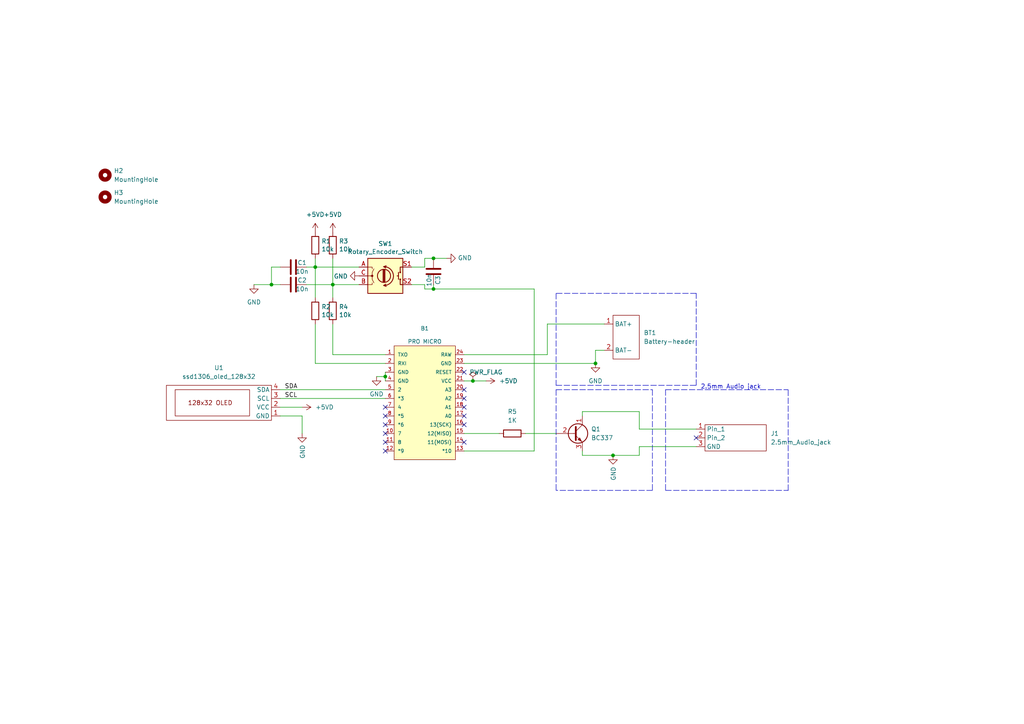
<source format=kicad_sch>
(kicad_sch (version 20211123) (generator eeschema)
  (paper "A4")
  (title_block (title "Camera Intervalometer") (rev "v1.0") (comment 4 "Author: Rafael Marengo"))
  (lib_symbols
    (symbol "Audio-connec-custom:2.5mm_Audio_jack"
      (property "Reference" "J?" (at 10.16 -5.0799 0))
      (property "Value" "2.5mm_Audio_jack" (at 10.16 -7.6199 0))
      (symbol "2.5mm_Audio_jack_0_1"
        (rectangle (start -8.89 -2.54) (end 8.89 -10.16))
      )
      (symbol "2.5mm_Audio_jack_1_1"
        (pin bidirectional line (at -11.43 -3.81 0) (length 2.54) (name "Pin_1") (number "1"))
        (pin bidirectional line (at -11.43 -6.35 0) (length 2.54) (name "Pin_2") (number "2"))
        (pin power_in line (at -11.43 -8.89 0) (length 2.54) (name "GND") (number "3"))
      )
    )
    (symbol "Battery-Custom:Battery-header"
      (property "Reference" "BT" (at 0 1.27 0))
      (property "Value" "Battery-header" (at 0 0 0))
      (symbol "Battery-header_0_1"
        (rectangle (start -3.81 -2.54) (end 3.81 -15.24))
      )
      (symbol "Battery-header_1_1"
        (pin power_out line (at -6.35 -5.08 0) (length 2.54) (name "BAT+") (number "1"))
        (pin power_out line (at -6.35 -12.7 0) (length 2.54) (name "BAT-") (number "2"))
      )
    )
    (symbol "Device:C" (pin_numbers hide) (pin_names (offset 0.254))
      (property "Reference" "C" (at 0.635 2.54 0))
      (property "Value" "C" (at 0.635 -2.54 0))
      (symbol "C_0_1"
        (polyline (pts (xy -2.032 -0.762) (xy 2.032 -0.762)) (stroke (width 0.508)))
        (polyline (pts (xy -2.032 0.762) (xy 2.032 0.762)) (stroke (width 0.508)))
      )
      (symbol "C_1_1"
        (pin passive line (at 0 3.81 270) (length 2.794) (name "~") (number "1"))
        (pin passive line (at 0 -3.81 90) (length 2.794) (name "~") (number "2"))
      )
    )
    (symbol "Device:R" (pin_numbers hide) (pin_names (offset 0))
      (property "Reference" "R" (at 2.032 0 90))
      (property "Value" "R" (at 0 0 90))
      (symbol "R_0_1"
        (rectangle (start -1.016 -2.54) (end 1.016 2.54) (stroke (width 0.254)))
      )
      (symbol "R_1_1"
        (pin passive line (at 0 3.81 270) (length 1.27) (name "~") (number "1"))
        (pin passive line (at 0 -3.81 90) (length 1.27) (name "~") (number "2"))
      )
    )
    (symbol "Display-Custom:ssd1306_oled_128x32"
      (property "Reference" "DS" (at 0 2.54 0))
      (property "Value" "ssd1306_oled_128x32" (at 0 0 0))
      (symbol "ssd1306_oled_128x32_0_0"
        (text "128x32 OLED" (at 7.62 -7.62 0) (effects (font (size 1.27 1.27))))
      )
      (symbol "ssd1306_oled_128x32_0_1"
        (rectangle (start -10.16 -2.54) (end 20.32 -12.7))
        (rectangle (start -3.81 -3.81) (end 17.78 -11.43))
      )
      (symbol "ssd1306_oled_128x32_1_1"
        (pin input line (at -12.7 -11.43 0) (length 2.54) (name "GND") (number "1"))
        (pin input line (at -12.7 -8.89 0) (length 2.54) (name "VCC") (number "2"))
        (pin input line (at -12.7 -6.35 0) (length 2.54) (name "SCL") (number "3"))
        (pin input line (at -12.7 -3.81 0) (length 2.54) (name "SDA") (number "4"))
      )
    )
    (symbol "Mechanical:MountingHole" (pin_names (offset 1.016))
      (property "Reference" "H" (at 0 5.08 0))
      (property "Value" "MountingHole" (at 0 3.175 0))
      (symbol "MountingHole_0_1"
        (circle (center 0 0) (radius 1.27) (stroke (width 1.27)))
      )
    )
    (symbol "SparkFun-Boards:SPARKFUN_PRO_MICRO" (pin_names (offset 1.016))
      (property "Reference" "B" (at -8.89 17.78 0))
      (property "Value" "SPARKFUN_PRO_MICRO" (at -8.89 -19.05 0))
      (property "Field4" "XXX-00000" (at 0 21.59 0))
      (symbol "SPARKFUN_PRO_MICRO_1_1"
        (polyline (pts (xy -8.89 16.51) (xy -8.89 -16.51) (xy 8.89 -16.51) (xy 8.89 16.51) (xy -8.89 16.51)) (fill (type background)))
        (pin bidirectional line (at -11.43 13.97 0) (length 2.54) (name "TXO") (number "1"))
        (pin bidirectional line (at -11.43 -8.89 0) (length 2.54) (name "7") (number "10"))
        (pin bidirectional line (at -11.43 -11.43 0) (length 2.54) (name "8") (number "11"))
        (pin bidirectional line (at -11.43 -13.97 0) (length 2.54) (name "*9") (number "12"))
        (pin bidirectional line (at 11.43 -13.97 180) (length 2.54) (name "*10") (number "13"))
        (pin bidirectional line (at 11.43 -11.43 180) (length 2.54) (name "11(MOSI)") (number "14"))
        (pin bidirectional line (at 11.43 -8.89 180) (length 2.54) (name "12(MISO)") (number "15"))
        (pin bidirectional line (at 11.43 -6.35 180) (length 2.54) (name "13(SCK)") (number "16"))
        (pin bidirectional line (at 11.43 -3.81 180) (length 2.54) (name "A0") (number "17"))
        (pin bidirectional line (at 11.43 -1.27 180) (length 2.54) (name "A1") (number "18"))
        (pin bidirectional line (at 11.43 1.27 180) (length 2.54) (name "A2") (number "19"))
        (pin bidirectional line (at -11.43 11.43 0) (length 2.54) (name "RXI") (number "2"))
        (pin bidirectional line (at 11.43 3.81 180) (length 2.54) (name "A3") (number "20"))
        (pin power_in line (at 11.43 6.35 180) (length 2.54) (name "VCC") (number "21"))
        (pin bidirectional line (at 11.43 8.89 180) (length 2.54) (name "RESET") (number "22"))
        (pin power_in line (at 11.43 11.43 180) (length 2.54) (name "GND") (number "23"))
        (pin power_in line (at 11.43 13.97 180) (length 2.54) (name "RAW") (number "24"))
        (pin power_in line (at -11.43 8.89 0) (length 2.54) (name "GND") (number "3"))
        (pin power_in line (at -11.43 6.35 0) (length 2.54) (name "GND") (number "4"))
        (pin bidirectional line (at -11.43 3.81 0) (length 2.54) (name "2") (number "5"))
        (pin bidirectional line (at -11.43 1.27 0) (length 2.54) (name "*3") (number "6"))
        (pin bidirectional line (at -11.43 -1.27 0) (length 2.54) (name "4") (number "7"))
        (pin bidirectional line (at -11.43 -3.81 0) (length 2.54) (name "*5") (number "8"))
        (pin bidirectional line (at -11.43 -6.35 0) (length 2.54) (name "*6") (number "9"))
      )
    )
    (symbol "Transistor_BJT:BC337" (pin_names (offset 0) hide)
      (property "Reference" "Q" (at 5.08 1.905 0))
      (property "Value" "BC337" (at 5.08 0 0))
      (symbol "BC337_0_1"
        (polyline (pts (xy 0 0) (xy 0.635 0)))
        (polyline (pts (xy 0.635 0.635) (xy 2.54 2.54)))
        (polyline (pts (xy 0.635 -0.635) (xy 2.54 -2.54) (xy 2.54 -2.54)))
        (polyline (pts (xy 0.635 1.905) (xy 0.635 -1.905) (xy 0.635 -1.905)) (stroke (width 0.508)))
        (polyline (pts (xy 1.27 -1.778) (xy 1.778 -1.27) (xy 2.286 -2.286) (xy 1.27 -1.778) (xy 1.27 -1.778)) (fill (type outline)))
        (circle (center 1.27 0) (radius 2.8194) (stroke (width 0.254)))
      )
      (symbol "BC337_1_1"
        (pin passive line (at 2.54 5.08 270) (length 2.54) (name "C") (number "1"))
        (pin input line (at -5.08 0 0) (length 5.08) (name "B") (number "2"))
        (pin passive line (at 2.54 -5.08 90) (length 2.54) (name "E") (number "3"))
      )
    )
    (symbol "inkkeys-rescue:Rotary_Encoder_Switch-Device" (pin_names (offset 0.254) hide)
      (property "Reference" "SW" (at 0 6.604 0))
      (property "Value" "Rotary_Encoder_Switch-Device" (at 0 -6.604 0))
      (symbol "Rotary_Encoder_Switch-Device_0_1"
        (rectangle (start -5.08 5.08) (end 5.08 -5.08) (stroke (width 0.254)) (fill (type background)))
        (circle (center -3.81 0) (radius 0.254) (fill (type outline)))
        (arc (start -0.381 -2.794) (mid 2.3622 -0.0508) (end -0.381 2.667) (stroke (width 0.254)))
        (circle (center -0.381 0) (radius 1.905) (stroke (width 0.254)))
        (polyline (pts (xy -0.635 -1.778) (xy -0.635 1.778)) (stroke (width 0.254)))
        (polyline (pts (xy -0.381 -1.778) (xy -0.381 1.778)) (stroke (width 0.254)))
        (polyline (pts (xy -0.127 1.778) (xy -0.127 -1.778)) (stroke (width 0.254)))
        (polyline (pts (xy 3.81 0) (xy 3.429 0)) (stroke (width 0.254)))
        (polyline (pts (xy 3.81 1.016) (xy 3.81 -1.016)) (stroke (width 0.254)))
        (polyline (pts (xy -5.08 -2.54) (xy -3.81 -2.54) (xy -3.81 -2.032)))
        (polyline (pts (xy -5.08 2.54) (xy -3.81 2.54) (xy -3.81 2.032)))
        (polyline (pts (xy 0.254 -3.048) (xy -0.508 -2.794) (xy 0.127 -2.413)) (stroke (width 0.254)))
        (polyline (pts (xy 0.254 2.921) (xy -0.508 2.667) (xy 0.127 2.286)) (stroke (width 0.254)))
        (polyline (pts (xy 5.08 -2.54) (xy 4.318 -2.54) (xy 4.318 -1.016)) (stroke (width 0.254)))
        (polyline (pts (xy 5.08 2.54) (xy 4.318 2.54) (xy 4.318 1.016)) (stroke (width 0.254)))
        (polyline (pts (xy -5.08 0) (xy -3.81 0) (xy -3.81 -1.016) (xy -3.302 -2.032)))
        (polyline (pts (xy -4.318 0) (xy -3.81 0) (xy -3.81 1.016) (xy -3.302 2.032)))
        (circle (center 4.318 -1.016) (radius 0.127) (stroke (width 0.254)))
        (circle (center 4.318 1.016) (radius 0.127) (stroke (width 0.254)))
      )
      (symbol "Rotary_Encoder_Switch-Device_1_1"
        (pin passive line (at -7.62 2.54 0) (length 2.54) (name "A") (number "A"))
        (pin passive line (at -7.62 -2.54 0) (length 2.54) (name "B") (number "B"))
        (pin passive line (at -7.62 0 0) (length 2.54) (name "C") (number "C"))
        (pin passive line (at 7.62 2.54 180) (length 2.54) (name "S1") (number "S1"))
        (pin passive line (at 7.62 -2.54 180) (length 2.54) (name "S2") (number "S2"))
      )
    )
    (symbol "power:+5VD" (power) (pin_names (offset 0))
      (property "Value" "+5VD" (at 0 3.556 0))
      (symbol "+5VD_0_1"
        (polyline (pts (xy -0.762 1.27) (xy 0 2.54)))
        (polyline (pts (xy 0 0) (xy 0 2.54)))
        (polyline (pts (xy 0 2.54) (xy 0.762 1.27)))
      )
      (symbol "+5VD_1_1"
        (pin power_in line (at 0 0 90) (length 0) hide (name "+5VD") (number "1"))
      )
    )
    (symbol "power:GND" (power) (pin_names (offset 0))
      (property "Value" "GND" (at 0 -3.81 0))
      (symbol "GND_0_1"
        (polyline (pts (xy 0 0) (xy 0 -1.27) (xy 1.27 -1.27) (xy 0 -2.54) (xy -1.27 -1.27) (xy 0 -1.27)))
      )
      (symbol "GND_1_1"
        (pin power_in line (at 0 0 270) (length 0) hide (name "GND") (number "1"))
      )
    )
    (symbol "power:PWR_FLAG" (power) (pin_numbers hide) (pin_names (offset 0) hide)
      (property "Value" "PWR_FLAG" (at 0 3.81 0))
      (symbol "PWR_FLAG_0_0"
        (pin power_out line (at 0 0 90) (length 0) (name "pwr") (number "1"))
      )
      (symbol "PWR_FLAG_0_1"
        (polyline (pts (xy 0 0) (xy 0 1.27) (xy -1.016 1.905) (xy 0 2.54) (xy 1.016 1.905) (xy 0 1.27)))
      )
    )
  )
  (junction (at 137.16 110.49))
  (junction (at 91.44 77.47))
  (junction (at 177.8 132.08))
  (junction (at 172.72 105.41))
  (junction (at 96.52 82.55))
  (junction (at 111.76 109.22))
  (junction (at 125.73 74.93))
  (junction (at 78.74 82.55))
  (junction (at 125.73 83.82))
  (no_connect (at 111.76 118.11))
  (no_connect (at 111.76 123.19))
  (no_connect (at 111.76 125.73))
  (no_connect (at 111.76 128.27))
  (no_connect (at 111.76 130.81))
  (no_connect (at 111.76 120.65))
  (no_connect (at 134.62 120.65))
  (no_connect (at 134.62 123.19))
  (no_connect (at 134.62 128.27))
  (no_connect (at 134.62 107.95))
  (no_connect (at 134.62 118.11))
  (no_connect (at 134.62 115.57))
  (no_connect (at 201.93 127))
  (no_connect (at 134.62 113.03))
  (wire (pts (xy 78.74 82.55) (xy 81.28 82.55)))
  (wire (pts (xy 88.9 82.55) (xy 96.52 82.55)))
  (wire (pts (xy 81.28 115.57) (xy 111.76 115.57)))
  (polyline (pts (xy 161.29 113.03) (xy 161.29 142.24)))
  (wire (pts (xy 168.91 119.38) (xy 185.42 119.38)))
  (wire (pts (xy 177.8 132.08) (xy 185.42 132.08)))
  (wire (pts (xy 111.76 107.95) (xy 111.76 109.22)))
  (wire (pts (xy 96.52 74.93) (xy 96.52 82.55)))
  (polyline (pts (xy 189.23 142.24) (xy 161.29 142.24)))
  (wire (pts (xy 96.52 102.87) (xy 111.76 102.87)))
  (wire (pts (xy 96.52 82.55) (xy 96.52 86.36)))
  (wire (pts (xy 154.94 130.81) (xy 134.62 130.81)))
  (wire (pts (xy 91.44 105.41) (xy 111.76 105.41)))
  (polyline (pts (xy 201.93 85.09) (xy 161.29 85.09)))
  (wire (pts (xy 104.14 77.47) (xy 91.44 77.47)))
  (polyline (pts (xy 193.04 113.03) (xy 193.04 142.24)))
  (wire (pts (xy 158.75 93.98) (xy 175.26 93.98)))
  (wire (pts (xy 78.74 77.47) (xy 78.74 82.55)))
  (polyline (pts (xy 201.93 111.76) (xy 201.93 85.09)))
  (wire (pts (xy 81.28 118.11) (xy 87.63 118.11)))
  (polyline (pts (xy 161.29 111.76) (xy 201.93 111.76)))
  (wire (pts (xy 134.62 102.87) (xy 158.75 102.87)))
  (wire (pts (xy 119.38 82.55) (xy 123.19 82.55)))
  (wire (pts (xy 154.94 83.82) (xy 154.94 130.81)))
  (wire (pts (xy 81.28 120.65) (xy 87.63 120.65)))
  (wire (pts (xy 109.22 109.22) (xy 111.76 109.22)))
  (wire (pts (xy 88.9 77.47) (xy 91.44 77.47)))
  (wire (pts (xy 125.73 83.82) (xy 154.94 83.82)))
  (polyline (pts (xy 161.29 113.03) (xy 189.23 113.03)))
  (polyline (pts (xy 193.04 113.03) (xy 228.6 113.03)))
  (wire (pts (xy 81.28 77.47) (xy 78.74 77.47)))
  (wire (pts (xy 91.44 74.93) (xy 91.44 77.47)))
  (wire (pts (xy 185.42 129.54) (xy 201.93 129.54)))
  (wire (pts (xy 104.14 82.55) (xy 96.52 82.55)))
  (wire (pts (xy 172.72 101.6) (xy 175.26 101.6)))
  (wire (pts (xy 185.42 132.08) (xy 185.42 129.54)))
  (wire (pts (xy 125.73 74.93) (xy 129.54 74.93)))
  (polyline (pts (xy 193.04 142.24) (xy 228.6 142.24)))
  (wire (pts (xy 158.75 93.98) (xy 158.75 102.87)))
  (wire (pts (xy 125.73 82.55) (xy 125.73 83.82)))
  (wire (pts (xy 134.62 105.41) (xy 172.72 105.41)))
  (wire (pts (xy 123.19 82.55) (xy 123.19 83.82)))
  (wire (pts (xy 168.91 130.81) (xy 168.91 132.08)))
  (wire (pts (xy 91.44 93.98) (xy 91.44 105.41)))
  (wire (pts (xy 119.38 77.47) (xy 123.19 77.47)))
  (wire (pts (xy 123.19 74.93) (xy 125.73 74.93)))
  (wire (pts (xy 87.63 120.65) (xy 87.63 125.73)))
  (wire (pts (xy 91.44 77.47) (xy 91.44 86.36)))
  (wire (pts (xy 168.91 120.65) (xy 168.91 119.38)))
  (polyline (pts (xy 189.23 113.03) (xy 189.23 142.24)))
  (polyline (pts (xy 228.6 142.24) (xy 228.6 113.03)))
  (wire (pts (xy 185.42 119.38) (xy 185.42 124.46)))
  (wire (pts (xy 134.62 125.73) (xy 144.78 125.73)))
  (wire (pts (xy 111.76 109.22) (xy 111.76 110.49)))
  (wire (pts (xy 73.66 82.55) (xy 78.74 82.55)))
  (wire (pts (xy 152.4 125.73) (xy 161.29 125.73)))
  (wire (pts (xy 123.19 77.47) (xy 123.19 74.93)))
  (wire (pts (xy 140.97 110.49) (xy 137.16 110.49)))
  (wire (pts (xy 172.72 101.6) (xy 172.72 105.41)))
  (wire (pts (xy 185.42 124.46) (xy 201.93 124.46)))
  (wire (pts (xy 96.52 93.98) (xy 96.52 102.87)))
  (wire (pts (xy 123.19 83.82) (xy 125.73 83.82)))
  (wire (pts (xy 137.16 110.49) (xy 134.62 110.49)))
  (wire (pts (xy 81.28 113.03) (xy 111.76 113.03)))
  (polyline (pts (xy 161.29 85.09) (xy 161.29 111.76)))
  (wire (pts (xy 168.91 132.08) (xy 177.8 132.08)))
  (text "2.5mm Audio jack\n" (at 203.2 113.03 0) (effects (font (size 1.27 1.27)) (justify left bottom)))
  (label "SDA" (at 82.55 113.03 0))
  (label "SCL" (at 82.55 115.57 0))
  (symbol (lib_id "Battery-Custom:Battery-header") (at 181.61 88.9 0) (unit 1)
    (property "Reference" "BT1" (at 186.69 96.5199 0) (effects (justify left)))
    (property "Value" "Battery-header" (at 186.69 99.0599 0) (effects (justify left)))
    (property "Footprint" "Connector_PinHeader_2.54mm:PinHeader_1x02_P2.54mm_Horizontal" (effects hide))
  )
  (symbol (lib_id "Device:R") (at 148.59 125.73 270) (unit 1)
    (property "Reference" "R5" (at 148.59 119.38 90))
    (property "Value" "1K" (at 148.59 121.92 90))
    (property "Footprint" "Resistor_SMD:R_0805_2012Metric" (effects hide))
  )
  (symbol (lib_id "power:PWR_FLAG") (at 137.16 110.49 0) (unit 1)
    (property "Reference" "#FLG0101" (effects hide))
    (property "Value" "PWR_FLAG" (at 140.97 107.95 0))
  )
  (symbol (lib_id "Device:R") (at 91.44 90.17 180) (unit 1)
    (property "Reference" "R2" (at 93.218 89.0016 0) (effects (justify right)))
    (property "Value" "10k" (at 93.218 91.313 0) (effects (justify right)))
    (property "Footprint" "Resistor_SMD:R_0805_2012Metric" (effects hide))
  )
  (symbol (lib_id "Display-Custom:ssd1306_oled_128x32") (at 68.58 109.22 0) (mirror y) (unit 1)
    (property "Reference" "U1" (at 63.5 106.68 0))
    (property "Value" "ssd1306_oled_128x32" (at 63.5 109.22 0))
    (property "Footprint" "OLED-128x32:OLED-128x32" (effects hide))
  )
  (symbol (lib_id "SparkFun-Boards:SPARKFUN_PRO_MICRO") (at 123.19 116.84 0) (unit 1)
    (property "Reference" "B1" (at 123.19 95.25 0) (effects (font (size 1.143 1.143))))
    (property "Value" "PRO MICRO" (at 123.19 99.06 0) (effects (font (size 1.143 1.143))))
    (property "Footprint" "Boards:SPARKFUN_PRO_MICRO" (effects hide))
  )
  (symbol (lib_id "power:GND") (at 104.14 80.01 270) (unit 1)
    (property "Reference" "#PWR0101" (effects hide))
    (property "Value" "GND" (at 100.8888 80.137 90) (effects (justify right)))
  )
  (symbol (lib_id "power:GND") (at 109.22 109.22 0) (unit 1)
    (property "Reference" "#PWR0107" (effects hide))
    (property "Value" "GND" (at 109.22 114.3 0))
  )
  (symbol (lib_id "Mechanical:MountingHole") (at 30.48 50.8 0) (unit 1)
    (property "Reference" "H2" (at 33.02 49.5299 0) (effects (justify left)))
    (property "Value" "MountingHole" (at 33.02 52.0699 0) (effects (justify left)))
    (property "Footprint" "MountingHole:MountingHole_2.2mm_M2_DIN965" (effects hide))
  )
  (symbol (lib_id "power:+5VD") (at 87.63 118.11 270) (unit 1)
    (property "Reference" "#PWR0110" (effects hide))
    (property "Value" "+5VD" (at 91.44 118.1099 90) (effects (justify left)))
  )
  (symbol (lib_id "Audio-connec-custom:2.5mm_Audio_jack") (at 213.36 120.65 0) (unit 1)
    (property "Reference" "J1" (at 223.52 125.7299 0) (effects (justify left)))
    (property "Value" "2.5mm_Audio_jack" (at 223.52 128.2699 0) (effects (justify left)))
    (property "Footprint" "Connector_PinHeader_2.54mm:PinHeader_1x03_P2.54mm_Horizontal" (effects hide))
  )
  (symbol (lib_id "Device:R") (at 96.52 90.17 180) (unit 1)
    (property "Reference" "R4" (at 98.298 89.0016 0) (effects (justify right)))
    (property "Value" "10k" (at 98.298 91.313 0) (effects (justify right)))
    (property "Footprint" "Resistor_SMD:R_0805_2012Metric" (effects hide))
  )
  (symbol (lib_id "power:+5VD") (at 140.97 110.49 270) (unit 1)
    (property "Reference" "#PWR01" (effects hide))
    (property "Value" "+5VD" (at 144.78 110.4899 90) (effects (justify left)))
  )
  (symbol (lib_id "inkkeys-rescue:Rotary_Encoder_Switch-Device") (at 111.76 80.01 0) (unit 1)
    (property "Reference" "SW1" (at 111.76 70.6882 0))
    (property "Value" "Rotary_Encoder_Switch" (at 111.76 72.9996 0))
    (property "Footprint" "Rotary_Encoder:RotaryEncoder_Alps_EC11E-Switch_Vertical_H20mm" (effects hide))
  )
  (symbol (lib_id "power:GND") (at 129.54 74.93 90) (unit 1)
    (property "Reference" "#PWR0102" (effects hide))
    (property "Value" "GND" (at 132.7912 74.803 90) (effects (justify right)))
  )
  (symbol (lib_id "power:+5VD") (at 91.44 67.31 0) (unit 1)
    (property "Reference" "#PWR0104" (effects hide))
    (property "Value" "+5VD" (at 91.44 62.23 0))
  )
  (symbol (lib_id "Transistor_BJT:BC337") (at 166.37 125.73 0) (unit 1)
    (property "Reference" "Q1" (at 171.45 124.4599 0) (effects (justify left)))
    (property "Value" "BC337" (at 171.45 126.9999 0) (effects (justify left)))
    (property "Footprint" "Package_TO_SOT_THT:TO-92_Inline" (effects hide))
    (property "Datasheet" "https://diotec.com/tl_files/diotec/files/pdf/datasheets/bc337.pdf" (effects hide))
  )
  (symbol (lib_id "Device:C") (at 85.09 77.47 270) (unit 1)
    (property "Reference" "C1" (at 87.63 76.2 90))
    (property "Value" "10n" (at 87.63 78.74 90))
    (property "Footprint" "Capacitor_SMD:C_0805_2012Metric" (effects hide))
  )
  (symbol (lib_id "Mechanical:MountingHole") (at 30.48 57.15 0) (unit 1)
    (property "Reference" "H3" (at 33.02 55.8799 0) (effects (justify left)))
    (property "Value" "MountingHole" (at 33.02 58.4199 0) (effects (justify left)))
    (property "Footprint" "MountingHole:MountingHole_2.2mm_M2_DIN965" (effects hide))
  )
  (symbol (lib_id "Device:C") (at 125.73 78.74 180) (unit 1)
    (property "Reference" "C3" (at 127 81.28 90))
    (property "Value" "10n" (at 124.46 81.28 90))
    (property "Footprint" "Capacitor_SMD:C_0805_2012Metric" (effects hide))
  )
  (symbol (lib_id "Device:C") (at 85.09 82.55 270) (unit 1)
    (property "Reference" "C2" (at 87.63 81.28 90))
    (property "Value" "10n" (at 87.63 83.82 90))
    (property "Footprint" "Capacitor_SMD:C_0805_2012Metric" (effects hide))
  )
  (symbol (lib_id "Device:R") (at 96.52 71.12 180) (unit 1)
    (property "Reference" "R3" (at 98.298 69.9516 0) (effects (justify right)))
    (property "Value" "10k" (at 98.298 72.263 0) (effects (justify right)))
    (property "Footprint" "Resistor_SMD:R_0805_2012Metric" (effects hide))
  )
  (symbol (lib_id "Device:R") (at 91.44 71.12 180) (unit 1)
    (property "Reference" "R1" (at 93.218 69.9516 0) (effects (justify right)))
    (property "Value" "10k" (at 93.218 72.263 0) (effects (justify right)))
    (property "Footprint" "Resistor_SMD:R_0805_2012Metric" (effects hide))
  )
  (symbol (lib_id "power:GND") (at 172.72 105.41 0) (unit 1)
    (property "Reference" "#PWR0111" (effects hide))
    (property "Value" "GND" (at 172.72 110.49 0))
  )
  (symbol (lib_id "power:GND") (at 177.8 132.08 0) (unit 1)
    (property "Reference" "#PWR0109" (effects hide))
    (property "Value" "GND" (at 177.927 135.3312 90) (effects (justify right)))
  )
  (symbol (lib_id "power:+5VD") (at 96.52 67.31 0) (unit 1)
    (property "Reference" "#PWR0103" (effects hide))
    (property "Value" "+5VD" (at 96.52 62.23 0))
  )
  (symbol (lib_id "power:GND") (at 87.63 125.73 0) (unit 1)
    (property "Reference" "#PWR0106" (effects hide))
    (property "Value" "GND" (at 87.757 128.9812 90) (effects (justify right)))
  )
  (symbol (lib_id "power:GND") (at 73.66 82.55 0) (unit 1)
    (property "Reference" "#PWR0105" (effects hide))
    (property "Value" "GND" (at 73.66 87.63 0))
  )
)
</source>
